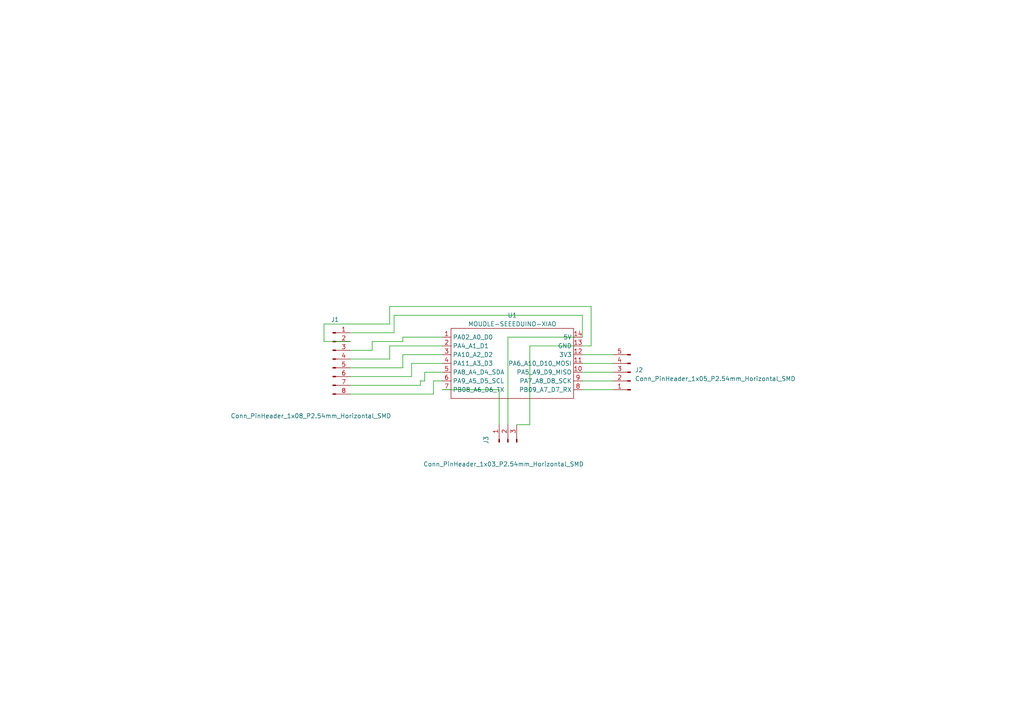
<source format=kicad_sch>
(kicad_sch (version 20230121) (generator eeschema)
  (paper "A4")
  (lib_symbols
    (symbol "MOUDLE-SEEEDUINO-XIAO:MOUDLE-SEEEDUINO-XIAO"
      (property "Reference" "U" (at -16.51 11.43 0))
      (property "Value" "MOUDLE-SEEEDUINO-XIAO" (at -3.81 -11.43 0))
      (symbol "MOUDLE-SEEEDUINO-XIAO_0_1"
        (rectangle (start -16.51 10.16) (end 19.05 -10.16))
      )
      (symbol "MOUDLE-SEEEDUINO-XIAO_1_1"
        (pin unspecified line (at -19.05 7.62 0) (length 2.54) (name "PA02_A0_D0") (number "1"))
        (pin unspecified line (at 21.59 -2.54 180) (length 2.54) (name "PA5_A9_D9_MISO") (number "10"))
        (pin unspecified line (at 21.59 0 180) (length 2.54) (name "PA6_A10_D10_MOSI") (number "11"))
        (pin unspecified line (at 21.59 2.54 180) (length 2.54) (name "3V3") (number "12"))
        (pin unspecified line (at 21.59 5.08 180) (length 2.54) (name "GND") (number "13"))
        (pin unspecified line (at 21.59 7.62 180) (length 2.54) (name "5V") (number "14"))
        (pin unspecified line (at -19.05 5.08 0) (length 2.54) (name "PA4_A1_D1") (number "2"))
        (pin unspecified line (at -19.05 2.54 0) (length 2.54) (name "PA10_A2_D2") (number "3"))
        (pin unspecified line (at -19.0468 0.0151 0) (length 2.54) (name "PA11_A3_D3") (number "4"))
        (pin unspecified line (at -19.05 -2.54 0) (length 2.54) (name "PA8_A4_D4_SDA") (number "5"))
        (pin unspecified line (at -19.05 -5.08 0) (length 2.54) (name "PA9_A5_D5_SCL") (number "6"))
        (pin unspecified line (at -19.05 -7.62 0) (length 2.54) (name "PB08_A6_D6_TX") (number "7"))
        (pin unspecified line (at 21.59 -7.62 180) (length 2.54) (name "PB09_A7_D7_RX") (number "8"))
        (pin unspecified line (at 21.59 -5.08 180) (length 2.54) (name "PA7_A8_D8_SCK") (number "9"))
      )
    )
    (symbol "fab 1:Conn_PinHeader_1x03_P2.54mm_Horizontal_SMD" (pin_names (offset 1.016) hide)
      (property "Reference" "J" (at 0 5.08 0))
      (property "Value" "Conn_PinHeader_1x03_P2.54mm_Horizontal_SMD" (at 0 -5.08 0))
      (symbol "Conn_PinHeader_1x03_P2.54mm_Horizontal_SMD_1_1"
        (polyline (pts (xy 1.27 -2.54) (xy 0.8636 -2.54)) (stroke (width 0.1524)))
        (polyline (pts (xy 1.27 0) (xy 0.8636 0)) (stroke (width 0.1524)))
        (polyline (pts (xy 1.27 2.54) (xy 0.8636 2.54)) (stroke (width 0.1524)))
        (rectangle (start 0.8636 -2.413) (end 0 -2.667) (stroke (width 0.1524)) (fill (type outline)))
        (rectangle (start 0.8636 0.127) (end 0 -0.127) (stroke (width 0.1524)) (fill (type outline)))
        (rectangle (start 0.8636 2.667) (end 0 2.413) (stroke (width 0.1524)) (fill (type outline)))
        (pin passive line (at 5.08 2.54 180) (length 3.81) (name "Pin_1") (number "1"))
        (pin passive line (at 5.08 0 180) (length 3.81) (name "Pin_2") (number "2"))
        (pin passive line (at 5.08 -2.54 180) (length 3.81) (name "Pin_3") (number "3"))
      )
    )
    (symbol "fab 1:Conn_PinHeader_1x05_P2.54mm_Horizontal_SMD" (pin_names (offset 1.016) hide)
      (property "Reference" "J" (at 0 7.62 0))
      (property "Value" "Conn_PinHeader_1x05_P2.54mm_Horizontal_SMD" (at 0 -7.62 0))
      (symbol "Conn_PinHeader_1x05_P2.54mm_Horizontal_SMD_1_1"
        (polyline (pts (xy 1.27 -5.08) (xy 0.8636 -5.08)) (stroke (width 0.1524)))
        (polyline (pts (xy 1.27 -2.54) (xy 0.8636 -2.54)) (stroke (width 0.1524)))
        (polyline (pts (xy 1.27 0) (xy 0.8636 0)) (stroke (width 0.1524)))
        (polyline (pts (xy 1.27 2.54) (xy 0.8636 2.54)) (stroke (width 0.1524)))
        (polyline (pts (xy 1.27 5.08) (xy 0.8636 5.08)) (stroke (width 0.1524)))
        (rectangle (start 0.8636 -4.953) (end 0 -5.207) (stroke (width 0.1524)) (fill (type outline)))
        (rectangle (start 0.8636 -2.413) (end 0 -2.667) (stroke (width 0.1524)) (fill (type outline)))
        (rectangle (start 0.8636 0.127) (end 0 -0.127) (stroke (width 0.1524)) (fill (type outline)))
        (rectangle (start 0.8636 2.667) (end 0 2.413) (stroke (width 0.1524)) (fill (type outline)))
        (rectangle (start 0.8636 5.207) (end 0 4.953) (stroke (width 0.1524)) (fill (type outline)))
        (pin passive line (at 5.08 5.08 180) (length 3.81) (name "Pin_1") (number "1"))
        (pin passive line (at 5.08 2.54 180) (length 3.81) (name "Pin_2") (number "2"))
        (pin passive line (at 5.08 0 180) (length 3.81) (name "Pin_3") (number "3"))
        (pin passive line (at 5.08 -2.54 180) (length 3.81) (name "Pin_4") (number "4"))
        (pin passive line (at 5.08 -5.08 180) (length 3.81) (name "Pin_5") (number "5"))
      )
    )
    (symbol "fab 1:Conn_PinHeader_1x08_P2.54mm_Horizontal_SMD" (pin_names (offset 1.016) hide)
      (property "Reference" "J" (at 0 10.16 0))
      (property "Value" "Conn_PinHeader_1x08_P2.54mm_Horizontal_SMD" (at 0 -12.7 0))
      (symbol "Conn_PinHeader_1x08_P2.54mm_Horizontal_SMD_1_1"
        (polyline (pts (xy 1.27 -10.16) (xy 0.8636 -10.16)) (stroke (width 0.1524)))
        (polyline (pts (xy 1.27 -7.62) (xy 0.8636 -7.62)) (stroke (width 0.1524)))
        (polyline (pts (xy 1.27 -5.08) (xy 0.8636 -5.08)) (stroke (width 0.1524)))
        (polyline (pts (xy 1.27 -2.54) (xy 0.8636 -2.54)) (stroke (width 0.1524)))
        (polyline (pts (xy 1.27 0) (xy 0.8636 0)) (stroke (width 0.1524)))
        (polyline (pts (xy 1.27 2.54) (xy 0.8636 2.54)) (stroke (width 0.1524)))
        (polyline (pts (xy 1.27 5.08) (xy 0.8636 5.08)) (stroke (width 0.1524)))
        (polyline (pts (xy 1.27 7.62) (xy 0.8636 7.62)) (stroke (width 0.1524)))
        (rectangle (start 0.8636 -10.033) (end 0 -10.287) (stroke (width 0.1524)) (fill (type outline)))
        (rectangle (start 0.8636 -7.493) (end 0 -7.747) (stroke (width 0.1524)) (fill (type outline)))
        (rectangle (start 0.8636 -4.953) (end 0 -5.207) (stroke (width 0.1524)) (fill (type outline)))
        (rectangle (start 0.8636 -2.413) (end 0 -2.667) (stroke (width 0.1524)) (fill (type outline)))
        (rectangle (start 0.8636 0.127) (end 0 -0.127) (stroke (width 0.1524)) (fill (type outline)))
        (rectangle (start 0.8636 2.667) (end 0 2.413) (stroke (width 0.1524)) (fill (type outline)))
        (rectangle (start 0.8636 5.207) (end 0 4.953) (stroke (width 0.1524)) (fill (type outline)))
        (rectangle (start 0.8636 7.747) (end 0 7.493) (stroke (width 0.1524)) (fill (type outline)))
        (pin passive line (at 5.08 7.62 180) (length 3.81) (name "Pin_1") (number "1"))
        (pin passive line (at 5.08 5.08 180) (length 3.81) (name "Pin_2") (number "2"))
        (pin passive line (at 5.08 2.54 180) (length 3.81) (name "Pin_3") (number "3"))
        (pin passive line (at 5.08 0 180) (length 3.81) (name "Pin_4") (number "4"))
        (pin passive line (at 5.08 -2.54 180) (length 3.81) (name "Pin_5") (number "5"))
        (pin passive line (at 5.08 -5.08 180) (length 3.81) (name "Pin_6") (number "6"))
        (pin passive line (at 5.08 -7.62 180) (length 3.81) (name "Pin_7") (number "7"))
        (pin passive line (at 5.08 -10.16 180) (length 3.81) (name "Pin_8") (number "8"))
      )
    )
  )
  (wire (pts (xy 168.91 102.87) (xy 177.8 102.87)))
  (wire (pts (xy 168.91 105.41) (xy 177.8 105.41)))
  (wire (pts (xy 128.27 113.03) (xy 144.78 113.03)))
  (wire (pts (xy 93.98 99.06) (xy 101.6 99.06)))
  (wire (pts (xy 116.84 99.06) (xy 107.95 99.06)))
  (wire (pts (xy 119.38 105.41) (xy 119.38 109.22)))
  (wire (pts (xy 93.98 93.98) (xy 93.98 99.06)))
  (wire (pts (xy 114.3 91.44) (xy 168.91 91.44)))
  (wire (pts (xy 128.27 107.95) (xy 123.19 107.95)))
  (wire (pts (xy 101.6 114.3) (xy 125.73 114.3)))
  (wire (pts (xy 128.27 105.41) (xy 119.38 105.41)))
  (wire (pts (xy 121.92 110.49) (xy 121.92 111.76)))
  (wire (pts (xy 123.19 107.95) (xy 123.19 110.49)))
  (wire (pts (xy 166.37 100.33) (xy 153.67 100.33)))
  (wire (pts (xy 144.78 113.03) (xy 144.78 123.19)))
  (wire (pts (xy 168.91 113.03) (xy 177.8 113.03)))
  (wire (pts (xy 121.92 111.76) (xy 101.6 111.76)))
  (wire (pts (xy 168.91 110.49) (xy 177.8 110.49)))
  (wire (pts (xy 168.91 100.33) (xy 171.45 100.33)))
  (wire (pts (xy 147.32 97.79) (xy 147.32 123.19)))
  (wire (pts (xy 107.95 99.06) (xy 107.95 101.6)))
  (wire (pts (xy 171.45 100.33) (xy 171.45 88.9)))
  (wire (pts (xy 128.27 110.49) (xy 125.73 110.49)))
  (wire (pts (xy 107.95 101.6) (xy 101.6 101.6)))
  (wire (pts (xy 128.27 102.87) (xy 116.84 102.87)))
  (wire (pts (xy 113.03 93.98) (xy 93.98 93.98)))
  (wire (pts (xy 168.91 107.95) (xy 177.8 107.95)))
  (wire (pts (xy 128.27 97.79) (xy 116.84 97.79)))
  (wire (pts (xy 116.84 106.68) (xy 101.6 106.68)))
  (wire (pts (xy 121.92 110.49) (xy 123.19 110.49)))
  (wire (pts (xy 113.03 104.14) (xy 101.6 104.14)))
  (wire (pts (xy 153.67 123.19) (xy 149.86 123.19)))
  (wire (pts (xy 114.3 91.44) (xy 114.3 96.52)))
  (wire (pts (xy 113.03 100.33) (xy 128.27 100.33)))
  (wire (pts (xy 116.84 102.87) (xy 116.84 106.68)))
  (wire (pts (xy 153.67 100.33) (xy 153.67 123.19)))
  (wire (pts (xy 114.3 96.52) (xy 101.6 96.52)))
  (wire (pts (xy 101.6 109.22) (xy 119.38 109.22)))
  (wire (pts (xy 168.91 97.79) (xy 168.91 91.44)))
  (wire (pts (xy 116.84 97.79) (xy 116.84 99.06)))
  (wire (pts (xy 171.45 88.9) (xy 113.03 88.9)))
  (wire (pts (xy 113.03 100.33) (xy 113.03 104.14)))
  (wire (pts (xy 113.03 88.9) (xy 113.03 93.98)))
  (wire (pts (xy 147.32 97.79) (xy 166.37 97.79)))
  (wire (pts (xy 125.73 110.49) (xy 125.73 114.3)))
  (symbol (lib_id "fab 1:Conn_PinHeader_1x03_P2.54mm_Horizontal_SMD") (at 147.32 128.27 90) (unit 1)
    (property "Reference" "J3" (at 140.97 127.635 0))
    (property "Value" "Conn_PinHeader_1x03_P2.54mm_Horizontal_SMD" (at 146.05 134.62 90))
    (property "Footprint" "Connector_PinHeader_2.54mm:PinHeader_1x03_P2.54mm_Horizontal" (effects hide))
  )
  (symbol (lib_id "MOUDLE-SEEEDUINO-XIAO:MOUDLE-SEEEDUINO-XIAO") (at 147.32 105.41 0) (unit 1)
    (property "Reference" "U1" (at 148.59 91.44 0))
    (property "Value" "MOUDLE-SEEEDUINO-XIAO" (at 148.59 93.98 0))
    (property "Footprint" "XIAO_PCB:MOUDLE14P-SMD-2.54-21X17.8MM" (effects hide))
  )
  (symbol (lib_id "fab 1:Conn_PinHeader_1x08_P2.54mm_Horizontal_SMD") (at 96.52 104.14 0) (unit 1)
    (property "Reference" "J1" (at 97.155 92.71 0))
    (property "Value" "Conn_PinHeader_1x08_P2.54mm_Horizontal_SMD" (at 90.17 120.65 0))
    (property "Footprint" "Connector_PinHeader_2.54mm:PinHeader_1x08_P2.54mm_Horizontal" (effects hide))
  )
  (symbol (lib_id "fab 1:Conn_PinHeader_1x05_P2.54mm_Horizontal_SMD") (at 182.88 107.95 180) (unit 1)
    (property "Reference" "J2" (at 184.15 107.315 0) (effects (justify right)))
    (property "Value" "Conn_PinHeader_1x05_P2.54mm_Horizontal_SMD" (at 184.15 109.855 0) (effects (justify right)))
    (property "Footprint" "Connector_PinHeader_2.54mm:PinHeader_1x05_P2.54mm_Horizontal" (effects hide))
  )
)
</source>
